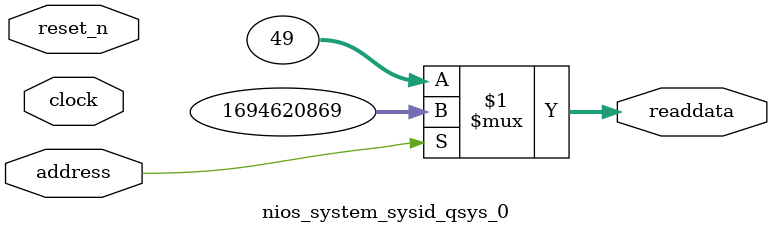
<source format=v>



// synthesis translate_off
`timescale 1ns / 1ps
// synthesis translate_on

// turn off superfluous verilog processor warnings 
// altera message_level Level1 
// altera message_off 10034 10035 10036 10037 10230 10240 10030 

module nios_system_sysid_qsys_0 (
               // inputs:
                address,
                clock,
                reset_n,

               // outputs:
                readdata
             )
;

  output  [ 31: 0] readdata;
  input            address;
  input            clock;
  input            reset_n;

  wire    [ 31: 0] readdata;
  //control_slave, which is an e_avalon_slave
  assign readdata = address ? 1694620869 : 49;

endmodule



</source>
